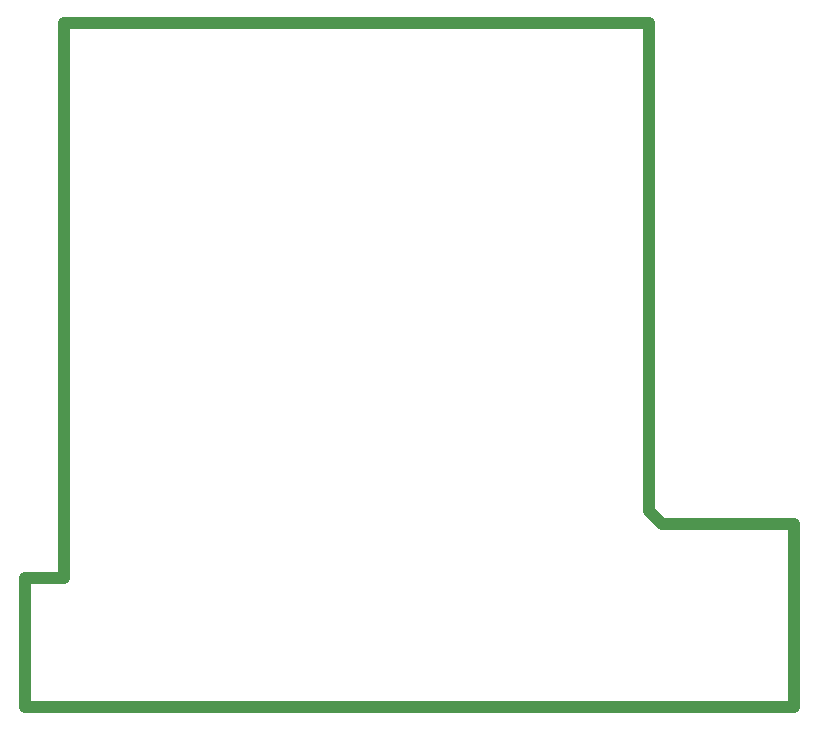
<source format=gko>
%FSLAX25Y25*%
%MOIN*%
G70*
G01*
G75*
G04 Layer_Color=16711935*
%ADD10R,0.03937X0.03937*%
%ADD11O,0.02362X0.08661*%
%ADD12R,0.02559X0.04331*%
%ADD13R,0.03937X0.03543*%
%ADD14R,0.03543X0.03937*%
%ADD15R,0.05118X0.07087*%
%ADD16R,0.03937X0.04331*%
%ADD17R,0.03937X0.03937*%
%ADD18R,0.04331X0.02559*%
%ADD19O,0.01378X0.06693*%
%ADD20O,0.06693X0.01772*%
%ADD21R,0.09449X0.03937*%
%ADD22R,0.09449X0.12992*%
%ADD23C,0.03000*%
%ADD24C,0.00700*%
%ADD25C,0.01969*%
%ADD26C,0.05000*%
%ADD27C,0.00800*%
%ADD28C,0.04000*%
%ADD29C,0.02000*%
%ADD30C,0.00787*%
%ADD31C,0.01500*%
%ADD32C,0.01000*%
%ADD33C,0.02500*%
%ADD34C,0.01969*%
%ADD35R,0.05906X0.05906*%
%ADD36C,0.05906*%
%ADD37C,0.07874*%
%ADD38C,0.03000*%
%ADD39R,0.01181X0.04331*%
%ADD40R,0.02756X0.05906*%
%ADD41R,0.06299X0.12205*%
%ADD42C,0.00984*%
%ADD43C,0.02362*%
%ADD44C,0.00500*%
%ADD45R,0.00600X0.00200*%
%ADD46R,0.01000X0.00200*%
%ADD47R,0.01600X0.00200*%
%ADD48R,0.01400X0.00200*%
%ADD49R,0.02000X0.00200*%
%ADD50R,0.02600X0.00200*%
%ADD51R,0.02400X0.00200*%
%ADD52R,0.03000X0.00200*%
%ADD53R,0.03400X0.00200*%
%ADD54R,0.00400X0.00200*%
%ADD55R,0.04000X0.00200*%
%ADD56R,0.04400X0.00200*%
%ADD57R,0.06800X0.00200*%
%ADD58R,0.06600X0.00200*%
%ADD59R,0.07000X0.00200*%
%ADD60R,0.07200X0.00200*%
%ADD61R,0.07600X0.00200*%
%ADD62R,0.07400X0.00200*%
%ADD63R,0.08000X0.00200*%
%ADD64R,0.07800X0.00200*%
%ADD65R,0.08400X0.00200*%
%ADD66R,0.09200X0.00200*%
%ADD67R,0.10200X0.00200*%
%ADD68R,0.10000X0.00200*%
%ADD69R,0.09800X0.00200*%
%ADD70R,0.10400X0.00200*%
%ADD71R,0.09000X0.00200*%
%ADD72R,0.19000X0.00200*%
%ADD73R,0.18600X0.00200*%
%ADD74R,0.18200X0.00200*%
%ADD75R,0.18400X0.00200*%
%ADD76R,0.19200X0.00200*%
%ADD77R,0.19400X0.00200*%
%ADD78R,0.19800X0.00200*%
%ADD79R,0.20000X0.00200*%
%ADD80R,0.20200X0.00200*%
%ADD81R,0.20600X0.00200*%
%ADD82R,0.21000X0.00200*%
%ADD83R,0.21400X0.00200*%
%ADD84R,0.21800X0.00200*%
%ADD85R,0.22200X0.00200*%
%ADD86R,0.04800X0.00200*%
%ADD87R,0.08600X0.00200*%
%ADD88R,0.03800X0.00200*%
%ADD89R,0.05800X0.00200*%
%ADD90R,0.02800X0.00200*%
%ADD91R,0.05000X0.00200*%
%ADD92R,0.01800X0.00200*%
%ADD93R,0.04600X0.00200*%
%ADD94R,0.04200X0.00200*%
%ADD95R,0.00800X0.00200*%
%ADD96R,0.05400X0.00200*%
%ADD97R,0.02200X0.00200*%
%ADD98R,0.06400X0.00200*%
%ADD99R,0.03600X0.00200*%
%ADD100R,0.01200X0.00200*%
%ADD101R,0.11800X0.00200*%
%ADD102R,0.11600X0.00200*%
%ADD103R,0.00200X0.00200*%
%ADD104C,0.00492*%
%ADD105C,0.00600*%
G04:AMPARAMS|DCode=106|XSize=78.74mil|YSize=78.74mil|CornerRadius=19.69mil|HoleSize=0mil|Usage=FLASHONLY|Rotation=0.000|XOffset=0mil|YOffset=0mil|HoleType=Round|Shape=RoundedRectangle|*
%AMROUNDEDRECTD106*
21,1,0.07874,0.03937,0,0,0.0*
21,1,0.03937,0.07874,0,0,0.0*
1,1,0.03937,0.01969,-0.01969*
1,1,0.03937,-0.01969,-0.01969*
1,1,0.03937,-0.01969,0.01969*
1,1,0.03937,0.01969,0.01969*
%
%ADD106ROUNDEDRECTD106*%
%ADD107R,0.04488X0.04488*%
%ADD108O,0.02913X0.09213*%
%ADD109R,0.03150X0.04921*%
%ADD110R,0.04488X0.04095*%
%ADD111R,0.04095X0.04488*%
%ADD112R,0.05669X0.07638*%
%ADD113R,0.04488X0.04882*%
%ADD114R,0.04488X0.04488*%
%ADD115R,0.04921X0.03150*%
%ADD116O,0.01929X0.07244*%
%ADD117O,0.07244X0.02323*%
%ADD118R,0.10000X0.04488*%
%ADD119R,0.10000X0.13543*%
%ADD120C,0.02520*%
%ADD121R,0.06457X0.06457*%
%ADD122C,0.06457*%
%ADD123C,0.19685*%
%ADD124C,0.03551*%
%ADD125R,0.00984X0.04134*%
%ADD126R,0.02559X0.05709*%
%ADD127R,0.06850X0.12756*%
%ADD128C,0.00709*%
%ADD129R,0.72835X0.22441*%
%ADD130C,0.00591*%
%ADD131C,0.03937*%
D131*
X533000Y363354D02*
X727882D01*
X520008Y135402D02*
Y178315D01*
X533000D01*
Y363354D01*
X727882Y200756D02*
Y363354D01*
X520008Y135402D02*
X776307D01*
Y196425D01*
X732213D02*
X776307D01*
X727882Y200756D02*
X732213Y196425D01*
M02*

</source>
